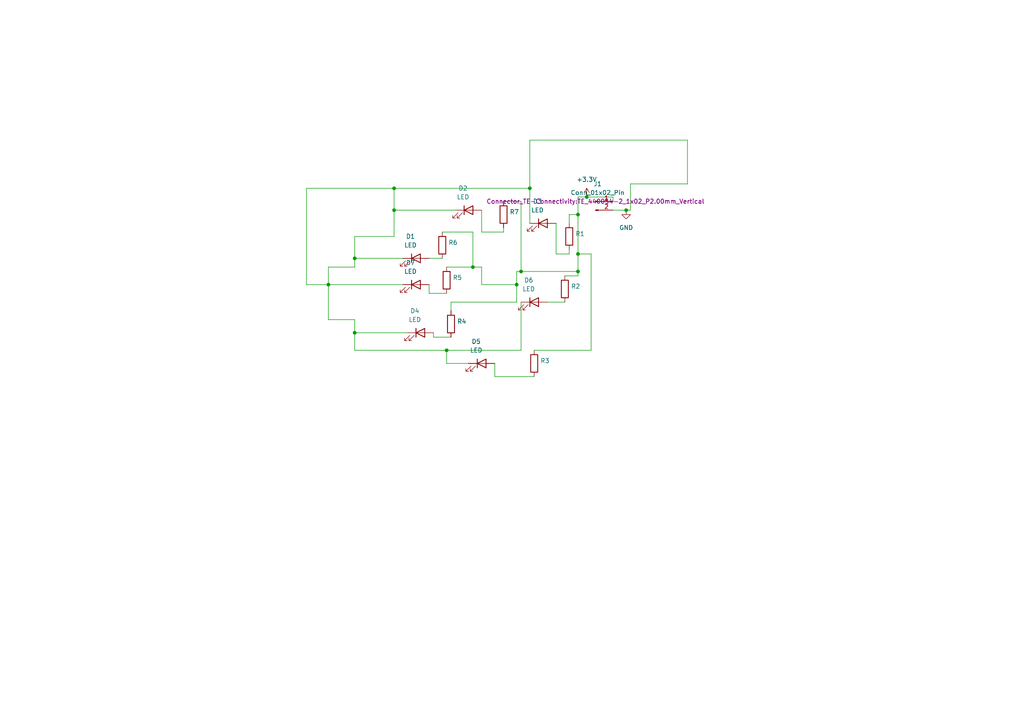
<source format=kicad_sch>
(kicad_sch
	(version 20250114)
	(generator "eeschema")
	(generator_version "9.0")
	(uuid "4087455a-2197-4301-9179-82e586d89a6b")
	(paper "A4")
	(lib_symbols
		(symbol "Connector:Conn_01x02_Pin"
			(pin_names
				(offset 1.016)
				(hide yes)
			)
			(exclude_from_sim no)
			(in_bom yes)
			(on_board yes)
			(property "Reference" "J"
				(at 0 2.54 0)
				(effects
					(font
						(size 1.27 1.27)
					)
				)
			)
			(property "Value" "Conn_01x02_Pin"
				(at 0 -5.08 0)
				(effects
					(font
						(size 1.27 1.27)
					)
				)
			)
			(property "Footprint" ""
				(at 0 0 0)
				(effects
					(font
						(size 1.27 1.27)
					)
					(hide yes)
				)
			)
			(property "Datasheet" "~"
				(at 0 0 0)
				(effects
					(font
						(size 1.27 1.27)
					)
					(hide yes)
				)
			)
			(property "Description" "Generic connector, single row, 01x02, script generated"
				(at 0 0 0)
				(effects
					(font
						(size 1.27 1.27)
					)
					(hide yes)
				)
			)
			(property "ki_locked" ""
				(at 0 0 0)
				(effects
					(font
						(size 1.27 1.27)
					)
				)
			)
			(property "ki_keywords" "connector"
				(at 0 0 0)
				(effects
					(font
						(size 1.27 1.27)
					)
					(hide yes)
				)
			)
			(property "ki_fp_filters" "Connector*:*_1x??_*"
				(at 0 0 0)
				(effects
					(font
						(size 1.27 1.27)
					)
					(hide yes)
				)
			)
			(symbol "Conn_01x02_Pin_1_1"
				(rectangle
					(start 0.8636 0.127)
					(end 0 -0.127)
					(stroke
						(width 0.1524)
						(type default)
					)
					(fill
						(type outline)
					)
				)
				(rectangle
					(start 0.8636 -2.413)
					(end 0 -2.667)
					(stroke
						(width 0.1524)
						(type default)
					)
					(fill
						(type outline)
					)
				)
				(polyline
					(pts
						(xy 1.27 0) (xy 0.8636 0)
					)
					(stroke
						(width 0.1524)
						(type default)
					)
					(fill
						(type none)
					)
				)
				(polyline
					(pts
						(xy 1.27 -2.54) (xy 0.8636 -2.54)
					)
					(stroke
						(width 0.1524)
						(type default)
					)
					(fill
						(type none)
					)
				)
				(pin passive line
					(at 5.08 0 180)
					(length 3.81)
					(name "Pin_1"
						(effects
							(font
								(size 1.27 1.27)
							)
						)
					)
					(number "1"
						(effects
							(font
								(size 1.27 1.27)
							)
						)
					)
				)
				(pin passive line
					(at 5.08 -2.54 180)
					(length 3.81)
					(name "Pin_2"
						(effects
							(font
								(size 1.27 1.27)
							)
						)
					)
					(number "2"
						(effects
							(font
								(size 1.27 1.27)
							)
						)
					)
				)
			)
			(embedded_fonts no)
		)
		(symbol "Device:LED"
			(pin_numbers
				(hide yes)
			)
			(pin_names
				(offset 1.016)
				(hide yes)
			)
			(exclude_from_sim no)
			(in_bom yes)
			(on_board yes)
			(property "Reference" "D"
				(at 0 2.54 0)
				(effects
					(font
						(size 1.27 1.27)
					)
				)
			)
			(property "Value" "LED"
				(at 0 -2.54 0)
				(effects
					(font
						(size 1.27 1.27)
					)
				)
			)
			(property "Footprint" ""
				(at 0 0 0)
				(effects
					(font
						(size 1.27 1.27)
					)
					(hide yes)
				)
			)
			(property "Datasheet" "~"
				(at 0 0 0)
				(effects
					(font
						(size 1.27 1.27)
					)
					(hide yes)
				)
			)
			(property "Description" "Light emitting diode"
				(at 0 0 0)
				(effects
					(font
						(size 1.27 1.27)
					)
					(hide yes)
				)
			)
			(property "Sim.Pins" "1=K 2=A"
				(at 0 0 0)
				(effects
					(font
						(size 1.27 1.27)
					)
					(hide yes)
				)
			)
			(property "ki_keywords" "LED diode"
				(at 0 0 0)
				(effects
					(font
						(size 1.27 1.27)
					)
					(hide yes)
				)
			)
			(property "ki_fp_filters" "LED* LED_SMD:* LED_THT:*"
				(at 0 0 0)
				(effects
					(font
						(size 1.27 1.27)
					)
					(hide yes)
				)
			)
			(symbol "LED_0_1"
				(polyline
					(pts
						(xy -3.048 -0.762) (xy -4.572 -2.286) (xy -3.81 -2.286) (xy -4.572 -2.286) (xy -4.572 -1.524)
					)
					(stroke
						(width 0)
						(type default)
					)
					(fill
						(type none)
					)
				)
				(polyline
					(pts
						(xy -1.778 -0.762) (xy -3.302 -2.286) (xy -2.54 -2.286) (xy -3.302 -2.286) (xy -3.302 -1.524)
					)
					(stroke
						(width 0)
						(type default)
					)
					(fill
						(type none)
					)
				)
				(polyline
					(pts
						(xy -1.27 0) (xy 1.27 0)
					)
					(stroke
						(width 0)
						(type default)
					)
					(fill
						(type none)
					)
				)
				(polyline
					(pts
						(xy -1.27 -1.27) (xy -1.27 1.27)
					)
					(stroke
						(width 0.254)
						(type default)
					)
					(fill
						(type none)
					)
				)
				(polyline
					(pts
						(xy 1.27 -1.27) (xy 1.27 1.27) (xy -1.27 0) (xy 1.27 -1.27)
					)
					(stroke
						(width 0.254)
						(type default)
					)
					(fill
						(type none)
					)
				)
			)
			(symbol "LED_1_1"
				(pin passive line
					(at -3.81 0 0)
					(length 2.54)
					(name "K"
						(effects
							(font
								(size 1.27 1.27)
							)
						)
					)
					(number "1"
						(effects
							(font
								(size 1.27 1.27)
							)
						)
					)
				)
				(pin passive line
					(at 3.81 0 180)
					(length 2.54)
					(name "A"
						(effects
							(font
								(size 1.27 1.27)
							)
						)
					)
					(number "2"
						(effects
							(font
								(size 1.27 1.27)
							)
						)
					)
				)
			)
			(embedded_fonts no)
		)
		(symbol "Device:R"
			(pin_numbers
				(hide yes)
			)
			(pin_names
				(offset 0)
			)
			(exclude_from_sim no)
			(in_bom yes)
			(on_board yes)
			(property "Reference" "R"
				(at 2.032 0 90)
				(effects
					(font
						(size 1.27 1.27)
					)
				)
			)
			(property "Value" "R"
				(at 0 0 90)
				(effects
					(font
						(size 1.27 1.27)
					)
				)
			)
			(property "Footprint" ""
				(at -1.778 0 90)
				(effects
					(font
						(size 1.27 1.27)
					)
					(hide yes)
				)
			)
			(property "Datasheet" "~"
				(at 0 0 0)
				(effects
					(font
						(size 1.27 1.27)
					)
					(hide yes)
				)
			)
			(property "Description" "Resistor"
				(at 0 0 0)
				(effects
					(font
						(size 1.27 1.27)
					)
					(hide yes)
				)
			)
			(property "ki_keywords" "R res resistor"
				(at 0 0 0)
				(effects
					(font
						(size 1.27 1.27)
					)
					(hide yes)
				)
			)
			(property "ki_fp_filters" "R_*"
				(at 0 0 0)
				(effects
					(font
						(size 1.27 1.27)
					)
					(hide yes)
				)
			)
			(symbol "R_0_1"
				(rectangle
					(start -1.016 -2.54)
					(end 1.016 2.54)
					(stroke
						(width 0.254)
						(type default)
					)
					(fill
						(type none)
					)
				)
			)
			(symbol "R_1_1"
				(pin passive line
					(at 0 3.81 270)
					(length 1.27)
					(name "~"
						(effects
							(font
								(size 1.27 1.27)
							)
						)
					)
					(number "1"
						(effects
							(font
								(size 1.27 1.27)
							)
						)
					)
				)
				(pin passive line
					(at 0 -3.81 90)
					(length 1.27)
					(name "~"
						(effects
							(font
								(size 1.27 1.27)
							)
						)
					)
					(number "2"
						(effects
							(font
								(size 1.27 1.27)
							)
						)
					)
				)
			)
			(embedded_fonts no)
		)
		(symbol "power:+3.3V"
			(power)
			(pin_numbers
				(hide yes)
			)
			(pin_names
				(offset 0)
				(hide yes)
			)
			(exclude_from_sim no)
			(in_bom yes)
			(on_board yes)
			(property "Reference" "#PWR"
				(at 0 -3.81 0)
				(effects
					(font
						(size 1.27 1.27)
					)
					(hide yes)
				)
			)
			(property "Value" "+3.3V"
				(at 0 3.556 0)
				(effects
					(font
						(size 1.27 1.27)
					)
				)
			)
			(property "Footprint" ""
				(at 0 0 0)
				(effects
					(font
						(size 1.27 1.27)
					)
					(hide yes)
				)
			)
			(property "Datasheet" ""
				(at 0 0 0)
				(effects
					(font
						(size 1.27 1.27)
					)
					(hide yes)
				)
			)
			(property "Description" "Power symbol creates a global label with name \"+3.3V\""
				(at 0 0 0)
				(effects
					(font
						(size 1.27 1.27)
					)
					(hide yes)
				)
			)
			(property "ki_keywords" "global power"
				(at 0 0 0)
				(effects
					(font
						(size 1.27 1.27)
					)
					(hide yes)
				)
			)
			(symbol "+3.3V_0_1"
				(polyline
					(pts
						(xy -0.762 1.27) (xy 0 2.54)
					)
					(stroke
						(width 0)
						(type default)
					)
					(fill
						(type none)
					)
				)
				(polyline
					(pts
						(xy 0 2.54) (xy 0.762 1.27)
					)
					(stroke
						(width 0)
						(type default)
					)
					(fill
						(type none)
					)
				)
				(polyline
					(pts
						(xy 0 0) (xy 0 2.54)
					)
					(stroke
						(width 0)
						(type default)
					)
					(fill
						(type none)
					)
				)
			)
			(symbol "+3.3V_1_1"
				(pin power_in line
					(at 0 0 90)
					(length 0)
					(name "~"
						(effects
							(font
								(size 1.27 1.27)
							)
						)
					)
					(number "1"
						(effects
							(font
								(size 1.27 1.27)
							)
						)
					)
				)
			)
			(embedded_fonts no)
		)
		(symbol "power:GND"
			(power)
			(pin_numbers
				(hide yes)
			)
			(pin_names
				(offset 0)
				(hide yes)
			)
			(exclude_from_sim no)
			(in_bom yes)
			(on_board yes)
			(property "Reference" "#PWR"
				(at 0 -6.35 0)
				(effects
					(font
						(size 1.27 1.27)
					)
					(hide yes)
				)
			)
			(property "Value" "GND"
				(at 0 -3.81 0)
				(effects
					(font
						(size 1.27 1.27)
					)
				)
			)
			(property "Footprint" ""
				(at 0 0 0)
				(effects
					(font
						(size 1.27 1.27)
					)
					(hide yes)
				)
			)
			(property "Datasheet" ""
				(at 0 0 0)
				(effects
					(font
						(size 1.27 1.27)
					)
					(hide yes)
				)
			)
			(property "Description" "Power symbol creates a global label with name \"GND\" , ground"
				(at 0 0 0)
				(effects
					(font
						(size 1.27 1.27)
					)
					(hide yes)
				)
			)
			(property "ki_keywords" "global power"
				(at 0 0 0)
				(effects
					(font
						(size 1.27 1.27)
					)
					(hide yes)
				)
			)
			(symbol "GND_0_1"
				(polyline
					(pts
						(xy 0 0) (xy 0 -1.27) (xy 1.27 -1.27) (xy 0 -2.54) (xy -1.27 -1.27) (xy 0 -1.27)
					)
					(stroke
						(width 0)
						(type default)
					)
					(fill
						(type none)
					)
				)
			)
			(symbol "GND_1_1"
				(pin power_in line
					(at 0 0 270)
					(length 0)
					(name "~"
						(effects
							(font
								(size 1.27 1.27)
							)
						)
					)
					(number "1"
						(effects
							(font
								(size 1.27 1.27)
							)
						)
					)
				)
			)
			(embedded_fonts no)
		)
	)
	(junction
		(at 102.87 74.93)
		(diameter 0)
		(color 0 0 0 0)
		(uuid "22b01cf1-7ad6-4738-884f-15912ec7133c")
	)
	(junction
		(at 114.3 60.96)
		(diameter 0)
		(color 0 0 0 0)
		(uuid "255f7b2a-c9ae-4758-975e-214125aa4aab")
	)
	(junction
		(at 181.61 60.96)
		(diameter 0)
		(color 0 0 0 0)
		(uuid "38fee1a7-d37b-4b79-8249-5e6280930f46")
	)
	(junction
		(at 102.87 96.52)
		(diameter 0)
		(color 0 0 0 0)
		(uuid "62d925e2-77c3-42ca-a177-34672e9ce6bb")
	)
	(junction
		(at 167.64 62.23)
		(diameter 0)
		(color 0 0 0 0)
		(uuid "7414fd2b-eb79-472e-ad5f-7a8d32ecab45")
	)
	(junction
		(at 149.86 82.55)
		(diameter 0)
		(color 0 0 0 0)
		(uuid "887df758-111c-4790-b4aa-47b8abfd9b04")
	)
	(junction
		(at 167.64 78.74)
		(diameter 0)
		(color 0 0 0 0)
		(uuid "9aa9fb48-065f-4482-a237-bd3dad958f8a")
	)
	(junction
		(at 151.13 78.74)
		(diameter 0)
		(color 0 0 0 0)
		(uuid "a2738e59-25d1-4a5e-a780-c18c740b7abc")
	)
	(junction
		(at 170.18 57.15)
		(diameter 0)
		(color 0 0 0 0)
		(uuid "a93c3907-75b5-40b1-aa81-70c6ce1d1673")
	)
	(junction
		(at 114.3 54.61)
		(diameter 0)
		(color 0 0 0 0)
		(uuid "bfa6f6a4-0d8b-4b54-9b15-0f1fd483adda")
	)
	(junction
		(at 129.54 101.6)
		(diameter 0)
		(color 0 0 0 0)
		(uuid "d906edd0-4ecf-4210-9f88-b359fa46a975")
	)
	(junction
		(at 95.25 82.55)
		(diameter 0)
		(color 0 0 0 0)
		(uuid "eb94dc35-4b91-4f52-af0d-9215fa761c81")
	)
	(junction
		(at 167.64 73.66)
		(diameter 0)
		(color 0 0 0 0)
		(uuid "f06b46eb-535a-44b1-bd8d-5406e2de24af")
	)
	(junction
		(at 153.67 54.61)
		(diameter 0)
		(color 0 0 0 0)
		(uuid "fbb4f318-a435-4d6f-bb5a-9886c54d8405")
	)
	(junction
		(at 137.16 77.47)
		(diameter 0)
		(color 0 0 0 0)
		(uuid "fd0f393b-4696-455f-b18b-a9d384650a0f")
	)
	(wire
		(pts
			(xy 130.81 97.79) (xy 125.73 97.79)
		)
		(stroke
			(width 0)
			(type default)
		)
		(uuid "02202967-a9ce-4aa6-9792-6262d14939ee")
	)
	(wire
		(pts
			(xy 149.86 87.63) (xy 149.86 82.55)
		)
		(stroke
			(width 0)
			(type default)
		)
		(uuid "0529bc8a-9526-4aaf-9046-4e962145e90d")
	)
	(wire
		(pts
			(xy 102.87 68.58) (xy 102.87 74.93)
		)
		(stroke
			(width 0)
			(type default)
		)
		(uuid "069499e2-e2b8-4fae-bfd2-390d6205f3b9")
	)
	(wire
		(pts
			(xy 88.9 82.55) (xy 95.25 82.55)
		)
		(stroke
			(width 0)
			(type default)
		)
		(uuid "07dcd58c-3bf4-41a0-9162-4fa5e46d7874")
	)
	(wire
		(pts
			(xy 149.86 82.55) (xy 149.86 78.74)
		)
		(stroke
			(width 0)
			(type default)
		)
		(uuid "092dddba-53da-4cfd-bc11-8d3402131d79")
	)
	(wire
		(pts
			(xy 95.25 82.55) (xy 116.84 82.55)
		)
		(stroke
			(width 0)
			(type default)
		)
		(uuid "0b089c76-24f0-4e0f-9e47-f9b1b7481bf5")
	)
	(wire
		(pts
			(xy 181.61 60.96) (xy 177.8 60.96)
		)
		(stroke
			(width 0)
			(type default)
		)
		(uuid "0b6d45b3-e621-43d1-837e-a94e5d41deaa")
	)
	(wire
		(pts
			(xy 128.27 67.31) (xy 137.16 67.31)
		)
		(stroke
			(width 0)
			(type default)
		)
		(uuid "0c25b94c-e7f4-4f3b-8fff-7c80c8b88bec")
	)
	(wire
		(pts
			(xy 171.45 101.6) (xy 154.94 101.6)
		)
		(stroke
			(width 0)
			(type default)
		)
		(uuid "13358771-8d4b-41d1-92bc-a06579b61448")
	)
	(wire
		(pts
			(xy 129.54 101.6) (xy 102.87 101.6)
		)
		(stroke
			(width 0)
			(type default)
		)
		(uuid "1452d007-a6e5-47d5-924f-de2c5910f7fc")
	)
	(wire
		(pts
			(xy 124.46 74.93) (xy 128.27 74.93)
		)
		(stroke
			(width 0)
			(type default)
		)
		(uuid "15ba1213-d0ac-4f31-af0a-d03e3a0eb19c")
	)
	(wire
		(pts
			(xy 153.67 40.64) (xy 199.39 40.64)
		)
		(stroke
			(width 0)
			(type default)
		)
		(uuid "1c004c27-f551-4d98-96eb-41a12ccec0a0")
	)
	(wire
		(pts
			(xy 102.87 92.71) (xy 95.25 92.71)
		)
		(stroke
			(width 0)
			(type default)
		)
		(uuid "232362a8-3963-44f8-9cf9-65057901724a")
	)
	(wire
		(pts
			(xy 161.29 73.66) (xy 161.29 64.77)
		)
		(stroke
			(width 0)
			(type default)
		)
		(uuid "257bab25-25cc-42db-a2b5-dde5008d0544")
	)
	(wire
		(pts
			(xy 102.87 96.52) (xy 102.87 92.71)
		)
		(stroke
			(width 0)
			(type default)
		)
		(uuid "2a470058-871d-45e3-88bc-02c1d76e8e7e")
	)
	(wire
		(pts
			(xy 132.08 60.96) (xy 114.3 60.96)
		)
		(stroke
			(width 0)
			(type default)
		)
		(uuid "2a88537b-3649-4bbb-9ed8-bdb7b1818929")
	)
	(wire
		(pts
			(xy 125.73 97.79) (xy 125.73 96.52)
		)
		(stroke
			(width 0)
			(type default)
		)
		(uuid "2c1df760-3c6c-4449-a359-6593e82d8672")
	)
	(wire
		(pts
			(xy 151.13 58.42) (xy 151.13 78.74)
		)
		(stroke
			(width 0)
			(type default)
		)
		(uuid "2c398f0c-fb57-42c0-bde1-e710eba1d953")
	)
	(wire
		(pts
			(xy 177.8 57.15) (xy 177.8 58.42)
		)
		(stroke
			(width 0)
			(type default)
		)
		(uuid "2e5c3d3a-efa6-4245-89d3-25e317f787e4")
	)
	(wire
		(pts
			(xy 88.9 54.61) (xy 114.3 54.61)
		)
		(stroke
			(width 0)
			(type default)
		)
		(uuid "2fab64ee-4298-4088-b6c4-d2b1ec3d971d")
	)
	(wire
		(pts
			(xy 146.05 67.31) (xy 146.05 66.04)
		)
		(stroke
			(width 0)
			(type default)
		)
		(uuid "33db04cf-7403-48a0-9839-7094fe61de44")
	)
	(wire
		(pts
			(xy 88.9 82.55) (xy 88.9 54.61)
		)
		(stroke
			(width 0)
			(type default)
		)
		(uuid "38fa9eca-1788-401e-b6ef-c221b5a61fe2")
	)
	(wire
		(pts
			(xy 153.67 64.77) (xy 153.67 54.61)
		)
		(stroke
			(width 0)
			(type default)
		)
		(uuid "3b4f687b-f7ee-4d65-abe7-817b119b3f81")
	)
	(wire
		(pts
			(xy 129.54 105.41) (xy 129.54 101.6)
		)
		(stroke
			(width 0)
			(type default)
		)
		(uuid "3cd9ad03-4eb3-49c3-8265-4426b3ae0c90")
	)
	(wire
		(pts
			(xy 171.45 73.66) (xy 171.45 101.6)
		)
		(stroke
			(width 0)
			(type default)
		)
		(uuid "3e6690c6-2851-4d61-8a14-25ea706a51e7")
	)
	(wire
		(pts
			(xy 167.64 73.66) (xy 167.64 78.74)
		)
		(stroke
			(width 0)
			(type default)
		)
		(uuid "434b1a55-228d-497c-a194-d49b6473d888")
	)
	(wire
		(pts
			(xy 95.25 82.55) (xy 95.25 77.47)
		)
		(stroke
			(width 0)
			(type default)
		)
		(uuid "48de7322-e4d4-4f06-a200-53fbbe74d9f5")
	)
	(wire
		(pts
			(xy 167.64 78.74) (xy 167.64 80.01)
		)
		(stroke
			(width 0)
			(type default)
		)
		(uuid "5236ed15-37bd-4a46-933f-76dcf3717b44")
	)
	(wire
		(pts
			(xy 102.87 74.93) (xy 102.87 77.47)
		)
		(stroke
			(width 0)
			(type default)
		)
		(uuid "52e66a35-5c5c-4c8c-8afe-3c17f5e67151")
	)
	(wire
		(pts
			(xy 102.87 101.6) (xy 102.87 96.52)
		)
		(stroke
			(width 0)
			(type default)
		)
		(uuid "5fc15929-e703-408d-bafe-196f3ca101d1")
	)
	(wire
		(pts
			(xy 167.64 62.23) (xy 167.64 73.66)
		)
		(stroke
			(width 0)
			(type default)
		)
		(uuid "62860901-108a-453f-b873-078484894c02")
	)
	(wire
		(pts
			(xy 182.88 60.96) (xy 181.61 60.96)
		)
		(stroke
			(width 0)
			(type default)
		)
		(uuid "65bd38d9-64a4-4567-8c16-61fcde9c2de2")
	)
	(wire
		(pts
			(xy 114.3 54.61) (xy 114.3 60.96)
		)
		(stroke
			(width 0)
			(type default)
		)
		(uuid "663d9f24-55b2-44ad-8d83-4c693221bd84")
	)
	(wire
		(pts
			(xy 130.81 87.63) (xy 149.86 87.63)
		)
		(stroke
			(width 0)
			(type default)
		)
		(uuid "6c5acbf8-2373-4555-9569-a7de71f29d3b")
	)
	(wire
		(pts
			(xy 151.13 101.6) (xy 129.54 101.6)
		)
		(stroke
			(width 0)
			(type default)
		)
		(uuid "6cedb5b3-fbe9-40a4-81ed-0f8b2155f6b4")
	)
	(wire
		(pts
			(xy 137.16 77.47) (xy 139.7 77.47)
		)
		(stroke
			(width 0)
			(type default)
		)
		(uuid "7436039b-5786-4850-a216-da3457f131cb")
	)
	(wire
		(pts
			(xy 149.86 78.74) (xy 151.13 78.74)
		)
		(stroke
			(width 0)
			(type default)
		)
		(uuid "769851a7-d873-4b60-9465-1ed61510af0f")
	)
	(wire
		(pts
			(xy 102.87 96.52) (xy 118.11 96.52)
		)
		(stroke
			(width 0)
			(type default)
		)
		(uuid "76d08031-94ed-46bb-995e-fd8361c726e9")
	)
	(wire
		(pts
			(xy 167.64 57.15) (xy 167.64 62.23)
		)
		(stroke
			(width 0)
			(type default)
		)
		(uuid "79fb3a30-c5fd-421d-bfb1-1e9595c421cc")
	)
	(wire
		(pts
			(xy 130.81 90.17) (xy 130.81 87.63)
		)
		(stroke
			(width 0)
			(type default)
		)
		(uuid "7a9071b9-69c8-43cc-9cc9-7480ead1fa28")
	)
	(wire
		(pts
			(xy 199.39 40.64) (xy 199.39 53.34)
		)
		(stroke
			(width 0)
			(type default)
		)
		(uuid "7b7f454f-c920-4380-b99c-cdb40cb96491")
	)
	(wire
		(pts
			(xy 129.54 77.47) (xy 137.16 77.47)
		)
		(stroke
			(width 0)
			(type default)
		)
		(uuid "7bcec90e-6dfc-4222-afd0-9912bcee9da9")
	)
	(wire
		(pts
			(xy 114.3 68.58) (xy 102.87 68.58)
		)
		(stroke
			(width 0)
			(type default)
		)
		(uuid "81e75041-31e5-4618-bb74-873c469ae05f")
	)
	(wire
		(pts
			(xy 153.67 40.64) (xy 153.67 54.61)
		)
		(stroke
			(width 0)
			(type default)
		)
		(uuid "84b8a3f1-b85d-4f4b-b2d6-96b9c1716d1e")
	)
	(wire
		(pts
			(xy 154.94 109.22) (xy 143.51 109.22)
		)
		(stroke
			(width 0)
			(type default)
		)
		(uuid "8763b525-59ee-49a8-a219-ce9c6613cee2")
	)
	(wire
		(pts
			(xy 95.25 92.71) (xy 95.25 82.55)
		)
		(stroke
			(width 0)
			(type default)
		)
		(uuid "8915a527-7174-4fcf-9d6a-b7e99efd0aff")
	)
	(wire
		(pts
			(xy 165.1 72.39) (xy 165.1 73.66)
		)
		(stroke
			(width 0)
			(type default)
		)
		(uuid "90b7817a-6752-4c41-bd5a-9a2a3e530f48")
	)
	(wire
		(pts
			(xy 102.87 74.93) (xy 116.84 74.93)
		)
		(stroke
			(width 0)
			(type default)
		)
		(uuid "966fbac3-520f-43ae-a1e8-118da264b43f")
	)
	(wire
		(pts
			(xy 165.1 62.23) (xy 165.1 64.77)
		)
		(stroke
			(width 0)
			(type default)
		)
		(uuid "9b2e3fe4-3d9c-4dea-bc6d-9fdcdc660c37")
	)
	(wire
		(pts
			(xy 143.51 109.22) (xy 143.51 105.41)
		)
		(stroke
			(width 0)
			(type default)
		)
		(uuid "a1ab7e19-b177-44ad-b66c-5fcd7a5f599c")
	)
	(wire
		(pts
			(xy 151.13 78.74) (xy 167.64 78.74)
		)
		(stroke
			(width 0)
			(type default)
		)
		(uuid "a3b7e5c8-147e-4250-840c-43f6a34dac37")
	)
	(wire
		(pts
			(xy 139.7 77.47) (xy 139.7 82.55)
		)
		(stroke
			(width 0)
			(type default)
		)
		(uuid "a5cf78db-040c-4df3-a831-2673103967c1")
	)
	(wire
		(pts
			(xy 139.7 82.55) (xy 149.86 82.55)
		)
		(stroke
			(width 0)
			(type default)
		)
		(uuid "a5febf14-a02e-447a-9374-203d87f16c6d")
	)
	(wire
		(pts
			(xy 170.18 57.15) (xy 177.8 57.15)
		)
		(stroke
			(width 0)
			(type default)
		)
		(uuid "a72fd252-3297-4f56-a80e-b5766f53ee34")
	)
	(wire
		(pts
			(xy 167.64 80.01) (xy 163.83 80.01)
		)
		(stroke
			(width 0)
			(type default)
		)
		(uuid "b3dd9253-c22b-43ba-bd10-c46582efd690")
	)
	(wire
		(pts
			(xy 167.64 73.66) (xy 171.45 73.66)
		)
		(stroke
			(width 0)
			(type default)
		)
		(uuid "b4f83e69-88af-4e2b-8705-effa61646213")
	)
	(wire
		(pts
			(xy 165.1 73.66) (xy 161.29 73.66)
		)
		(stroke
			(width 0)
			(type default)
		)
		(uuid "b8e4e1ee-cb3c-45f5-bd2b-3d18d1ec636a")
	)
	(wire
		(pts
			(xy 95.25 77.47) (xy 102.87 77.47)
		)
		(stroke
			(width 0)
			(type default)
		)
		(uuid "bcf9df16-5ed9-48a7-9d43-fe1a9af32625")
	)
	(wire
		(pts
			(xy 114.3 60.96) (xy 114.3 68.58)
		)
		(stroke
			(width 0)
			(type default)
		)
		(uuid "be7ca6c3-6fa5-48ff-b095-2c2a8a761bce")
	)
	(wire
		(pts
			(xy 129.54 85.09) (xy 124.46 85.09)
		)
		(stroke
			(width 0)
			(type default)
		)
		(uuid "bf7f86e6-2f0c-44ab-9ae3-28b6bce21f4c")
	)
	(wire
		(pts
			(xy 139.7 67.31) (xy 146.05 67.31)
		)
		(stroke
			(width 0)
			(type default)
		)
		(uuid "c923d07a-cbf2-44d6-85ed-d4564b973564")
	)
	(wire
		(pts
			(xy 139.7 60.96) (xy 139.7 67.31)
		)
		(stroke
			(width 0)
			(type default)
		)
		(uuid "c9cfc437-b74b-4d17-bd5d-c9464f16daf6")
	)
	(wire
		(pts
			(xy 182.88 53.34) (xy 182.88 60.96)
		)
		(stroke
			(width 0)
			(type default)
		)
		(uuid "cee5a46c-daed-483f-a974-bc5d75dc65c1")
	)
	(wire
		(pts
			(xy 151.13 87.63) (xy 151.13 101.6)
		)
		(stroke
			(width 0)
			(type default)
		)
		(uuid "d98c7bb3-ba7e-4a8d-b6b0-c97ada9b449f")
	)
	(wire
		(pts
			(xy 135.89 105.41) (xy 129.54 105.41)
		)
		(stroke
			(width 0)
			(type default)
		)
		(uuid "d9abf791-4d72-4484-bb7a-90e862c22310")
	)
	(wire
		(pts
			(xy 137.16 67.31) (xy 137.16 77.47)
		)
		(stroke
			(width 0)
			(type default)
		)
		(uuid "de9fd459-b627-4704-9942-a3833f6f2cf0")
	)
	(wire
		(pts
			(xy 114.3 54.61) (xy 153.67 54.61)
		)
		(stroke
			(width 0)
			(type default)
		)
		(uuid "e87c99ab-5af8-4977-899c-bc0df6598642")
	)
	(wire
		(pts
			(xy 165.1 62.23) (xy 167.64 62.23)
		)
		(stroke
			(width 0)
			(type default)
		)
		(uuid "ee61c27a-0475-4732-93b2-0b6525164178")
	)
	(wire
		(pts
			(xy 158.75 87.63) (xy 163.83 87.63)
		)
		(stroke
			(width 0)
			(type default)
		)
		(uuid "f026e25f-96d3-445c-b6c2-349917adb196")
	)
	(wire
		(pts
			(xy 146.05 58.42) (xy 151.13 58.42)
		)
		(stroke
			(width 0)
			(type default)
		)
		(uuid "f1b680ab-b2df-437e-b7d4-ee1649b7a943")
	)
	(wire
		(pts
			(xy 182.88 53.34) (xy 199.39 53.34)
		)
		(stroke
			(width 0)
			(type default)
		)
		(uuid "fc1858d5-d977-4e73-89b7-6650054975ec")
	)
	(wire
		(pts
			(xy 124.46 85.09) (xy 124.46 82.55)
		)
		(stroke
			(width 0)
			(type default)
		)
		(uuid "fc1d0ee6-2728-4824-ba4a-bf37a22f56e0")
	)
	(wire
		(pts
			(xy 167.64 57.15) (xy 170.18 57.15)
		)
		(stroke
			(width 0)
			(type default)
		)
		(uuid "ff7778b0-cf56-4eae-9749-b03324382b1c")
	)
	(symbol
		(lib_id "Device:R")
		(at 163.83 83.82 0)
		(unit 1)
		(exclude_from_sim no)
		(in_bom yes)
		(on_board yes)
		(dnp no)
		(uuid "0dcebdff-573f-446a-a102-e35f884b067b")
		(property "Reference" "R2"
			(at 165.608 83.058 0)
			(effects
				(font
					(size 1.27 1.27)
				)
				(justify left)
			)
		)
		(property "Value" "R"
			(at 166.37 85.0899 0)
			(effects
				(font
					(size 1.27 1.27)
				)
				(justify left)
				(hide yes)
			)
		)
		(property "Footprint" "Resistor_SMD:R_0603_1608Metric"
			(at 162.052 83.82 90)
			(effects
				(font
					(size 1.27 1.27)
				)
				(hide yes)
			)
		)
		(property "Datasheet" "~"
			(at 163.83 83.82 0)
			(effects
				(font
					(size 1.27 1.27)
				)
				(hide yes)
			)
		)
		(property "Description" "Resistor"
			(at 163.83 83.82 0)
			(effects
				(font
					(size 1.27 1.27)
				)
				(hide yes)
			)
		)
		(pin "2"
			(uuid "ab27eb0c-1128-4d83-ae36-798599667546")
		)
		(pin "1"
			(uuid "2097df7a-e952-46d9-8179-130dd2bbdc76")
		)
		(instances
			(project "torch_light_portion"
				(path "/4087455a-2197-4301-9179-82e586d89a6b"
					(reference "R2")
					(unit 1)
				)
			)
		)
	)
	(symbol
		(lib_id "Device:LED")
		(at 120.65 82.55 0)
		(unit 1)
		(exclude_from_sim no)
		(in_bom yes)
		(on_board yes)
		(dnp no)
		(fields_autoplaced yes)
		(uuid "10b87238-9a76-4a3f-b340-d78b3bc3f12d")
		(property "Reference" "D7"
			(at 119.0625 76.2 0)
			(effects
				(font
					(size 1.27 1.27)
				)
			)
		)
		(property "Value" "LED"
			(at 119.0625 78.74 0)
			(effects
				(font
					(size 1.27 1.27)
				)
			)
		)
		(property "Footprint" "LED_SMD:LED_Everlight-SMD3528_3.5x2.8mm_67-21ST"
			(at 120.65 82.55 0)
			(effects
				(font
					(size 1.27 1.27)
				)
				(hide yes)
			)
		)
		(property "Datasheet" "~"
			(at 120.65 82.55 0)
			(effects
				(font
					(size 1.27 1.27)
				)
				(hide yes)
			)
		)
		(property "Description" "Light emitting diode"
			(at 120.65 82.55 0)
			(effects
				(font
					(size 1.27 1.27)
				)
				(hide yes)
			)
		)
		(property "Sim.Pins" "1=K 2=A"
			(at 120.65 82.55 0)
			(effects
				(font
					(size 1.27 1.27)
				)
				(hide yes)
			)
		)
		(pin "1"
			(uuid "c3588801-35da-4bce-b9fb-62b334ded43d")
		)
		(pin "2"
			(uuid "e9a74aa2-9231-490f-bca6-3e330d427788")
		)
		(instances
			(project ""
				(path "/4087455a-2197-4301-9179-82e586d89a6b"
					(reference "D7")
					(unit 1)
				)
			)
		)
	)
	(symbol
		(lib_id "Device:R")
		(at 146.05 62.23 0)
		(unit 1)
		(exclude_from_sim no)
		(in_bom yes)
		(on_board yes)
		(dnp no)
		(uuid "17297109-7184-4dc5-8067-edc861523099")
		(property "Reference" "R7"
			(at 147.828 61.468 0)
			(effects
				(font
					(size 1.27 1.27)
				)
				(justify left)
			)
		)
		(property "Value" "R"
			(at 148.59 63.4999 0)
			(effects
				(font
					(size 1.27 1.27)
				)
				(justify left)
				(hide yes)
			)
		)
		(property "Footprint" "Resistor_SMD:R_0603_1608Metric"
			(at 144.272 62.23 90)
			(effects
				(font
					(size 1.27 1.27)
				)
				(hide yes)
			)
		)
		(property "Datasheet" "~"
			(at 146.05 62.23 0)
			(effects
				(font
					(size 1.27 1.27)
				)
				(hide yes)
			)
		)
		(property "Description" "Resistor"
			(at 146.05 62.23 0)
			(effects
				(font
					(size 1.27 1.27)
				)
				(hide yes)
			)
		)
		(pin "2"
			(uuid "85da5d2f-cee7-4d79-a57e-d2d6cca0323e")
		)
		(pin "1"
			(uuid "d972f991-92d4-476e-aace-b0d27d19ea40")
		)
		(instances
			(project "torch_light_portion"
				(path "/4087455a-2197-4301-9179-82e586d89a6b"
					(reference "R7")
					(unit 1)
				)
			)
		)
	)
	(symbol
		(lib_id "power:+3.3V")
		(at 170.18 57.15 0)
		(unit 1)
		(exclude_from_sim no)
		(in_bom yes)
		(on_board yes)
		(dnp no)
		(fields_autoplaced yes)
		(uuid "226e94c5-f12d-4eee-a80c-6fb46921be11")
		(property "Reference" "#PWR01"
			(at 170.18 60.96 0)
			(effects
				(font
					(size 1.27 1.27)
				)
				(hide yes)
			)
		)
		(property "Value" "+3.3V"
			(at 170.18 52.07 0)
			(effects
				(font
					(size 1.27 1.27)
				)
			)
		)
		(property "Footprint" ""
			(at 170.18 57.15 0)
			(effects
				(font
					(size 1.27 1.27)
				)
				(hide yes)
			)
		)
		(property "Datasheet" ""
			(at 170.18 57.15 0)
			(effects
				(font
					(size 1.27 1.27)
				)
				(hide yes)
			)
		)
		(property "Description" "Power symbol creates a global label with name \"+3.3V\""
			(at 170.18 57.15 0)
			(effects
				(font
					(size 1.27 1.27)
				)
				(hide yes)
			)
		)
		(pin "1"
			(uuid "98c01710-cdf7-477b-850c-9a983479958b")
		)
		(instances
			(project ""
				(path "/4087455a-2197-4301-9179-82e586d89a6b"
					(reference "#PWR01")
					(unit 1)
				)
			)
		)
	)
	(symbol
		(lib_id "power:GND")
		(at 181.61 60.96 0)
		(unit 1)
		(exclude_from_sim no)
		(in_bom yes)
		(on_board yes)
		(dnp no)
		(fields_autoplaced yes)
		(uuid "3fcaf8fa-1f03-4f40-9ae5-05a8d0b1053d")
		(property "Reference" "#PWR02"
			(at 181.61 67.31 0)
			(effects
				(font
					(size 1.27 1.27)
				)
				(hide yes)
			)
		)
		(property "Value" "GND"
			(at 181.61 66.04 0)
			(effects
				(font
					(size 1.27 1.27)
				)
			)
		)
		(property "Footprint" ""
			(at 181.61 60.96 0)
			(effects
				(font
					(size 1.27 1.27)
				)
				(hide yes)
			)
		)
		(property "Datasheet" ""
			(at 181.61 60.96 0)
			(effects
				(font
					(size 1.27 1.27)
				)
				(hide yes)
			)
		)
		(property "Description" "Power symbol creates a global label with name \"GND\" , ground"
			(at 181.61 60.96 0)
			(effects
				(font
					(size 1.27 1.27)
				)
				(hide yes)
			)
		)
		(pin "1"
			(uuid "cfa6f41c-2995-4d93-85de-b13d452fa05c")
		)
		(instances
			(project ""
				(path "/4087455a-2197-4301-9179-82e586d89a6b"
					(reference "#PWR02")
					(unit 1)
				)
			)
		)
	)
	(symbol
		(lib_id "Device:R")
		(at 165.1 68.58 0)
		(unit 1)
		(exclude_from_sim no)
		(in_bom yes)
		(on_board yes)
		(dnp no)
		(uuid "43776a32-7f96-4cb4-b1af-b6b2a299a610")
		(property "Reference" "R1"
			(at 166.878 67.818 0)
			(effects
				(font
					(size 1.27 1.27)
				)
				(justify left)
			)
		)
		(property "Value" "R"
			(at 167.64 69.8499 0)
			(effects
				(font
					(size 1.27 1.27)
				)
				(justify left)
				(hide yes)
			)
		)
		(property "Footprint" "Resistor_SMD:R_0603_1608Metric"
			(at 163.322 68.58 90)
			(effects
				(font
					(size 1.27 1.27)
				)
				(hide yes)
			)
		)
		(property "Datasheet" "~"
			(at 165.1 68.58 0)
			(effects
				(font
					(size 1.27 1.27)
				)
				(hide yes)
			)
		)
		(property "Description" "Resistor"
			(at 165.1 68.58 0)
			(effects
				(font
					(size 1.27 1.27)
				)
				(hide yes)
			)
		)
		(pin "2"
			(uuid "41e55089-41c2-40b7-94bf-4e7995bf8f21")
		)
		(pin "1"
			(uuid "2fd50d3b-e3de-430c-a16f-b2443167f609")
		)
		(instances
			(project "torch_light_portion"
				(path "/4087455a-2197-4301-9179-82e586d89a6b"
					(reference "R1")
					(unit 1)
				)
			)
		)
	)
	(symbol
		(lib_id "Device:LED")
		(at 139.7 105.41 0)
		(unit 1)
		(exclude_from_sim no)
		(in_bom yes)
		(on_board yes)
		(dnp no)
		(fields_autoplaced yes)
		(uuid "54e13bb2-839b-47db-a297-98ad57f07490")
		(property "Reference" "D5"
			(at 138.1125 99.06 0)
			(effects
				(font
					(size 1.27 1.27)
				)
			)
		)
		(property "Value" "LED"
			(at 138.1125 101.6 0)
			(effects
				(font
					(size 1.27 1.27)
				)
			)
		)
		(property "Footprint" "LED_SMD:LED_Everlight-SMD3528_3.5x2.8mm_67-21ST"
			(at 139.7 105.41 0)
			(effects
				(font
					(size 1.27 1.27)
				)
				(hide yes)
			)
		)
		(property "Datasheet" "~"
			(at 139.7 105.41 0)
			(effects
				(font
					(size 1.27 1.27)
				)
				(hide yes)
			)
		)
		(property "Description" "Light emitting diode"
			(at 139.7 105.41 0)
			(effects
				(font
					(size 1.27 1.27)
				)
				(hide yes)
			)
		)
		(property "Sim.Pins" "1=K 2=A"
			(at 139.7 105.41 0)
			(effects
				(font
					(size 1.27 1.27)
				)
				(hide yes)
			)
		)
		(pin "2"
			(uuid "14f563f9-0c05-49ed-8b15-23391ece82b7")
		)
		(pin "1"
			(uuid "a5426584-4f4d-49a2-9a3e-41c5df5e2930")
		)
		(instances
			(project ""
				(path "/4087455a-2197-4301-9179-82e586d89a6b"
					(reference "D5")
					(unit 1)
				)
			)
		)
	)
	(symbol
		(lib_id "Device:LED")
		(at 154.94 87.63 0)
		(unit 1)
		(exclude_from_sim no)
		(in_bom yes)
		(on_board yes)
		(dnp no)
		(fields_autoplaced yes)
		(uuid "60b750b6-f202-47dc-af79-3963c9a1cae1")
		(property "Reference" "D6"
			(at 153.3525 81.28 0)
			(effects
				(font
					(size 1.27 1.27)
				)
			)
		)
		(property "Value" "LED"
			(at 153.3525 83.82 0)
			(effects
				(font
					(size 1.27 1.27)
				)
			)
		)
		(property "Footprint" "LED_SMD:LED_Everlight-SMD3528_3.5x2.8mm_67-21ST"
			(at 154.94 87.63 0)
			(effects
				(font
					(size 1.27 1.27)
				)
				(hide yes)
			)
		)
		(property "Datasheet" "~"
			(at 154.94 87.63 0)
			(effects
				(font
					(size 1.27 1.27)
				)
				(hide yes)
			)
		)
		(property "Description" "Light emitting diode"
			(at 154.94 87.63 0)
			(effects
				(font
					(size 1.27 1.27)
				)
				(hide yes)
			)
		)
		(property "Sim.Pins" "1=K 2=A"
			(at 154.94 87.63 0)
			(effects
				(font
					(size 1.27 1.27)
				)
				(hide yes)
			)
		)
		(pin "1"
			(uuid "643e14d2-4c79-4826-ad68-94d8e299082f")
		)
		(pin "2"
			(uuid "6fdace87-0393-45f2-8d79-b51d95f26388")
		)
		(instances
			(project ""
				(path "/4087455a-2197-4301-9179-82e586d89a6b"
					(reference "D6")
					(unit 1)
				)
			)
		)
	)
	(symbol
		(lib_id "Device:LED")
		(at 121.92 96.52 0)
		(unit 1)
		(exclude_from_sim no)
		(in_bom yes)
		(on_board yes)
		(dnp no)
		(fields_autoplaced yes)
		(uuid "766d4276-9268-4500-8c93-99d0b4546f39")
		(property "Reference" "D4"
			(at 120.3325 90.17 0)
			(effects
				(font
					(size 1.27 1.27)
				)
			)
		)
		(property "Value" "LED"
			(at 120.3325 92.71 0)
			(effects
				(font
					(size 1.27 1.27)
				)
			)
		)
		(property "Footprint" "LED_SMD:LED_Everlight-SMD3528_3.5x2.8mm_67-21ST"
			(at 121.92 96.52 0)
			(effects
				(font
					(size 1.27 1.27)
				)
				(hide yes)
			)
		)
		(property "Datasheet" "~"
			(at 121.92 96.52 0)
			(effects
				(font
					(size 1.27 1.27)
				)
				(hide yes)
			)
		)
		(property "Description" "Light emitting diode"
			(at 121.92 96.52 0)
			(effects
				(font
					(size 1.27 1.27)
				)
				(hide yes)
			)
		)
		(property "Sim.Pins" "1=K 2=A"
			(at 121.92 96.52 0)
			(effects
				(font
					(size 1.27 1.27)
				)
				(hide yes)
			)
		)
		(pin "2"
			(uuid "b6efc600-6568-4f90-9152-598694058681")
		)
		(pin "1"
			(uuid "1926ea84-42f9-4369-ba83-51b62a4a3496")
		)
		(instances
			(project ""
				(path "/4087455a-2197-4301-9179-82e586d89a6b"
					(reference "D4")
					(unit 1)
				)
			)
		)
	)
	(symbol
		(lib_id "Device:LED")
		(at 157.48 64.77 0)
		(unit 1)
		(exclude_from_sim no)
		(in_bom yes)
		(on_board yes)
		(dnp no)
		(fields_autoplaced yes)
		(uuid "7c7cd5bb-33de-4107-8e33-7e44d5f98fd3")
		(property "Reference" "D3"
			(at 155.8925 58.42 0)
			(effects
				(font
					(size 1.27 1.27)
				)
			)
		)
		(property "Value" "LED"
			(at 155.8925 60.96 0)
			(effects
				(font
					(size 1.27 1.27)
				)
			)
		)
		(property "Footprint" "LED_SMD:LED_Everlight-SMD3528_3.5x2.8mm_67-21ST"
			(at 157.48 64.77 0)
			(effects
				(font
					(size 1.27 1.27)
				)
				(hide yes)
			)
		)
		(property "Datasheet" "~"
			(at 157.48 64.77 0)
			(effects
				(font
					(size 1.27 1.27)
				)
				(hide yes)
			)
		)
		(property "Description" "Light emitting diode"
			(at 157.48 64.77 0)
			(effects
				(font
					(size 1.27 1.27)
				)
				(hide yes)
			)
		)
		(property "Sim.Pins" "1=K 2=A"
			(at 157.48 64.77 0)
			(effects
				(font
					(size 1.27 1.27)
				)
				(hide yes)
			)
		)
		(pin "2"
			(uuid "0c57dd2a-56d1-4691-8bb4-0aed84b50698")
		)
		(pin "1"
			(uuid "60072b3d-8df4-4552-b3ff-5108e9b6a2f2")
		)
		(instances
			(project ""
				(path "/4087455a-2197-4301-9179-82e586d89a6b"
					(reference "D3")
					(unit 1)
				)
			)
		)
	)
	(symbol
		(lib_id "Connector:Conn_01x02_Pin")
		(at 172.72 58.42 0)
		(unit 1)
		(exclude_from_sim no)
		(in_bom yes)
		(on_board yes)
		(dnp no)
		(fields_autoplaced yes)
		(uuid "7ec79789-0039-405d-893f-7e6bd7458870")
		(property "Reference" "J1"
			(at 173.355 53.34 0)
			(effects
				(font
					(size 1.27 1.27)
				)
			)
		)
		(property "Value" "Conn_01x02_Pin"
			(at 173.355 55.88 0)
			(effects
				(font
					(size 1.27 1.27)
				)
			)
		)
		(property "Footprint" "Connector_TE-Connectivity:TE_440054-2_1x02_P2.00mm_Vertical"
			(at 172.72 58.42 0)
			(effects
				(font
					(size 1.27 1.27)
				)
			)
		)
		(property "Datasheet" "~"
			(at 172.72 58.42 0)
			(effects
				(font
					(size 1.27 1.27)
				)
				(hide yes)
			)
		)
		(property "Description" "Generic connector, single row, 01x02, script generated"
			(at 172.72 58.42 0)
			(effects
				(font
					(size 1.27 1.27)
				)
				(hide yes)
			)
		)
		(pin "2"
			(uuid "00884c1b-43e5-4de2-8fe7-9f86c18043de")
		)
		(pin "1"
			(uuid "24c37e9a-c5e4-4013-84f1-3e1ec23e2313")
		)
		(instances
			(project ""
				(path "/4087455a-2197-4301-9179-82e586d89a6b"
					(reference "J1")
					(unit 1)
				)
			)
		)
	)
	(symbol
		(lib_id "Device:R")
		(at 154.94 105.41 0)
		(unit 1)
		(exclude_from_sim no)
		(in_bom yes)
		(on_board yes)
		(dnp no)
		(uuid "9507c44c-3424-4b1e-9020-3dbe9ea2c593")
		(property "Reference" "R3"
			(at 156.718 104.648 0)
			(effects
				(font
					(size 1.27 1.27)
				)
				(justify left)
			)
		)
		(property "Value" "R"
			(at 157.48 106.6799 0)
			(effects
				(font
					(size 1.27 1.27)
				)
				(justify left)
				(hide yes)
			)
		)
		(property "Footprint" "Resistor_SMD:R_0603_1608Metric"
			(at 153.162 105.41 90)
			(effects
				(font
					(size 1.27 1.27)
				)
				(hide yes)
			)
		)
		(property "Datasheet" "~"
			(at 154.94 105.41 0)
			(effects
				(font
					(size 1.27 1.27)
				)
				(hide yes)
			)
		)
		(property "Description" "Resistor"
			(at 154.94 105.41 0)
			(effects
				(font
					(size 1.27 1.27)
				)
				(hide yes)
			)
		)
		(pin "2"
			(uuid "5f3f8774-50ca-4c18-9338-4d24e14580e3")
		)
		(pin "1"
			(uuid "9117dddf-cf98-4ce3-8820-da028d83d9f3")
		)
		(instances
			(project "torch_light_portion"
				(path "/4087455a-2197-4301-9179-82e586d89a6b"
					(reference "R3")
					(unit 1)
				)
			)
		)
	)
	(symbol
		(lib_id "Device:R")
		(at 129.54 81.28 0)
		(unit 1)
		(exclude_from_sim no)
		(in_bom yes)
		(on_board yes)
		(dnp no)
		(uuid "a6c5bfdd-2439-401e-b03e-861f31e0254e")
		(property "Reference" "R5"
			(at 131.318 80.518 0)
			(effects
				(font
					(size 1.27 1.27)
				)
				(justify left)
			)
		)
		(property "Value" "R"
			(at 132.08 82.5499 0)
			(effects
				(font
					(size 1.27 1.27)
				)
				(justify left)
				(hide yes)
			)
		)
		(property "Footprint" "Resistor_SMD:R_0603_1608Metric"
			(at 127.762 81.28 90)
			(effects
				(font
					(size 1.27 1.27)
				)
				(hide yes)
			)
		)
		(property "Datasheet" "~"
			(at 129.54 81.28 0)
			(effects
				(font
					(size 1.27 1.27)
				)
				(hide yes)
			)
		)
		(property "Description" "Resistor"
			(at 129.54 81.28 0)
			(effects
				(font
					(size 1.27 1.27)
				)
				(hide yes)
			)
		)
		(pin "2"
			(uuid "db86d941-8cd0-4d0f-b30a-d0618cb34c4a")
		)
		(pin "1"
			(uuid "efd1850b-ed5b-4041-8b30-c1a6cc11c401")
		)
		(instances
			(project "torch_light_portion"
				(path "/4087455a-2197-4301-9179-82e586d89a6b"
					(reference "R5")
					(unit 1)
				)
			)
		)
	)
	(symbol
		(lib_id "Device:R")
		(at 130.81 93.98 0)
		(unit 1)
		(exclude_from_sim no)
		(in_bom yes)
		(on_board yes)
		(dnp no)
		(uuid "b99cb703-bb6d-49f6-b1aa-6e0b6f48342c")
		(property "Reference" "R4"
			(at 132.588 93.218 0)
			(effects
				(font
					(size 1.27 1.27)
				)
				(justify left)
			)
		)
		(property "Value" "R"
			(at 133.35 95.2499 0)
			(effects
				(font
					(size 1.27 1.27)
				)
				(justify left)
				(hide yes)
			)
		)
		(property "Footprint" "Resistor_SMD:R_0603_1608Metric"
			(at 129.032 93.98 90)
			(effects
				(font
					(size 1.27 1.27)
				)
				(hide yes)
			)
		)
		(property "Datasheet" "~"
			(at 130.81 93.98 0)
			(effects
				(font
					(size 1.27 1.27)
				)
				(hide yes)
			)
		)
		(property "Description" "Resistor"
			(at 130.81 93.98 0)
			(effects
				(font
					(size 1.27 1.27)
				)
				(hide yes)
			)
		)
		(pin "2"
			(uuid "a81e48f6-efac-43b5-b309-085dd8c8f1cb")
		)
		(pin "1"
			(uuid "0ad7812e-bcdc-4755-8e59-25daa65921c7")
		)
		(instances
			(project "torch_light_portion"
				(path "/4087455a-2197-4301-9179-82e586d89a6b"
					(reference "R4")
					(unit 1)
				)
			)
		)
	)
	(symbol
		(lib_id "Device:LED")
		(at 135.89 60.96 0)
		(unit 1)
		(exclude_from_sim no)
		(in_bom yes)
		(on_board yes)
		(dnp no)
		(fields_autoplaced yes)
		(uuid "c18ffc75-3a26-48a2-b129-2e350e86619a")
		(property "Reference" "D2"
			(at 134.3025 54.61 0)
			(effects
				(font
					(size 1.27 1.27)
				)
			)
		)
		(property "Value" "LED"
			(at 134.3025 57.15 0)
			(effects
				(font
					(size 1.27 1.27)
				)
			)
		)
		(property "Footprint" "LED_SMD:LED_Everlight-SMD3528_3.5x2.8mm_67-21ST"
			(at 135.89 60.96 0)
			(effects
				(font
					(size 1.27 1.27)
				)
				(hide yes)
			)
		)
		(property "Datasheet" "~"
			(at 135.89 60.96 0)
			(effects
				(font
					(size 1.27 1.27)
				)
				(hide yes)
			)
		)
		(property "Description" "Light emitting diode"
			(at 135.89 60.96 0)
			(effects
				(font
					(size 1.27 1.27)
				)
				(hide yes)
			)
		)
		(property "Sim.Pins" "1=K 2=A"
			(at 135.89 60.96 0)
			(effects
				(font
					(size 1.27 1.27)
				)
				(hide yes)
			)
		)
		(pin "1"
			(uuid "926a3026-51fa-449f-a2ed-1a7f0ebc2a9d")
		)
		(pin "2"
			(uuid "8a8fb70f-324c-4ceb-8d95-a4db74388cae")
		)
		(instances
			(project ""
				(path "/4087455a-2197-4301-9179-82e586d89a6b"
					(reference "D2")
					(unit 1)
				)
			)
		)
	)
	(symbol
		(lib_id "Device:LED")
		(at 120.65 74.93 0)
		(unit 1)
		(exclude_from_sim no)
		(in_bom yes)
		(on_board yes)
		(dnp no)
		(fields_autoplaced yes)
		(uuid "e18b8d11-f4cf-44de-9196-a203d305fd6a")
		(property "Reference" "D1"
			(at 119.0625 68.58 0)
			(effects
				(font
					(size 1.27 1.27)
				)
			)
		)
		(property "Value" "LED"
			(at 119.0625 71.12 0)
			(effects
				(font
					(size 1.27 1.27)
				)
			)
		)
		(property "Footprint" "LED_SMD:LED_Everlight-SMD3528_3.5x2.8mm_67-21ST"
			(at 120.65 74.93 0)
			(effects
				(font
					(size 1.27 1.27)
				)
				(hide yes)
			)
		)
		(property "Datasheet" "~"
			(at 120.65 74.93 0)
			(effects
				(font
					(size 1.27 1.27)
				)
				(hide yes)
			)
		)
		(property "Description" "Light emitting diode"
			(at 120.65 74.93 0)
			(effects
				(font
					(size 1.27 1.27)
				)
				(hide yes)
			)
		)
		(property "Sim.Pins" "1=K 2=A"
			(at 120.65 74.93 0)
			(effects
				(font
					(size 1.27 1.27)
				)
				(hide yes)
			)
		)
		(pin "1"
			(uuid "f163630f-3a66-479d-9459-d6c1c4335af0")
		)
		(pin "2"
			(uuid "e89399dc-4b5b-4638-b790-1612e740ea4a")
		)
		(instances
			(project ""
				(path "/4087455a-2197-4301-9179-82e586d89a6b"
					(reference "D1")
					(unit 1)
				)
			)
		)
	)
	(symbol
		(lib_id "Device:R")
		(at 128.27 71.12 0)
		(unit 1)
		(exclude_from_sim no)
		(in_bom yes)
		(on_board yes)
		(dnp no)
		(uuid "f737021f-9581-4a4f-bd8e-00a37ac2f83d")
		(property "Reference" "R6"
			(at 130.048 70.358 0)
			(effects
				(font
					(size 1.27 1.27)
				)
				(justify left)
			)
		)
		(property "Value" "R"
			(at 130.81 72.3899 0)
			(effects
				(font
					(size 1.27 1.27)
				)
				(justify left)
				(hide yes)
			)
		)
		(property "Footprint" "Resistor_SMD:R_0603_1608Metric"
			(at 126.492 71.12 90)
			(effects
				(font
					(size 1.27 1.27)
				)
				(hide yes)
			)
		)
		(property "Datasheet" "~"
			(at 128.27 71.12 0)
			(effects
				(font
					(size 1.27 1.27)
				)
				(hide yes)
			)
		)
		(property "Description" "Resistor"
			(at 128.27 71.12 0)
			(effects
				(font
					(size 1.27 1.27)
				)
				(hide yes)
			)
		)
		(pin "2"
			(uuid "ede1722c-cfa9-4bc3-b521-9a7f3fc15b23")
		)
		(pin "1"
			(uuid "9b8eedd9-987e-4959-81bb-01f1b7b29368")
		)
		(instances
			(project "torch_light_portion"
				(path "/4087455a-2197-4301-9179-82e586d89a6b"
					(reference "R6")
					(unit 1)
				)
			)
		)
	)
	(sheet_instances
		(path "/"
			(page "1")
		)
	)
	(embedded_fonts no)
)

</source>
